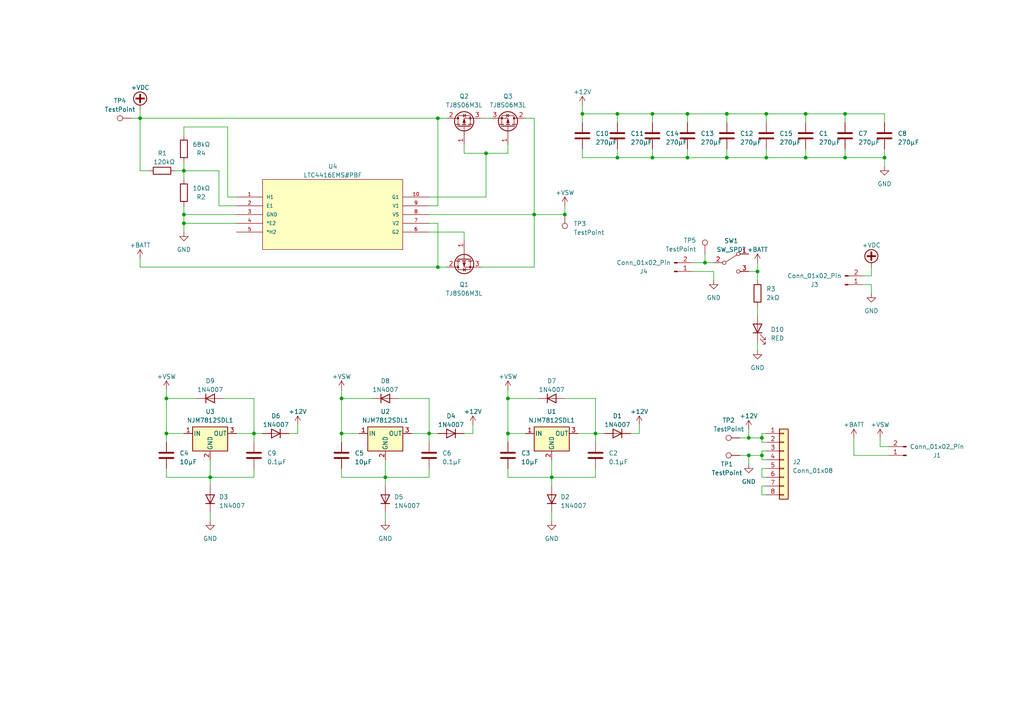
<source format=kicad_sch>
(kicad_sch (version 20230121) (generator eeschema)
  (paper "A4")
  (lib_symbols
    (symbol "Connector:Conn_01x02_Pin" (pin_names (offset 1.016) hide)
      (property "Reference" "J" (at 0 2.54 0))
      (property "Value" "Conn_01x02_Pin" (at 0 -5.08 0))
      (symbol "Conn_01x02_Pin_1_1"
        (polyline (pts (xy 1.27 -2.54) (xy 0.8636 -2.54)) (stroke (width 0.1524)))
        (polyline (pts (xy 1.27 0) (xy 0.8636 0)) (stroke (width 0.1524)))
        (rectangle (start 0.8636 -2.413) (end 0 -2.667) (stroke (width 0.1524)) (fill (type outline)))
        (rectangle (start 0.8636 0.127) (end 0 -0.127) (stroke (width 0.1524)) (fill (type outline)))
        (pin passive line (at 5.08 0 180) (length 3.81) (name "Pin_1") (number "1"))
        (pin passive line (at 5.08 -2.54 180) (length 3.81) (name "Pin_2") (number "2"))
      )
    )
    (symbol "Connector:TestPoint" (pin_numbers hide) (pin_names (offset 0.762) hide)
      (property "Reference" "TP" (at 0 6.858 0))
      (property "Value" "TestPoint" (at 0 5.08 0))
      (symbol "TestPoint_0_1"
        (circle (center 0 3.302) (radius 0.762))
      )
      (symbol "TestPoint_1_1"
        (pin passive line (at 0 0 90) (length 2.54) (name "1") (number "1"))
      )
    )
    (symbol "Connector_Generic:Conn_01x08" (pin_names (offset 1.016) hide)
      (property "Reference" "J" (at 0 10.16 0))
      (property "Value" "Conn_01x08" (at 0 -12.7 0))
      (symbol "Conn_01x08_1_1"
        (rectangle (start -1.27 -10.033) (end 0 -10.287) (stroke (width 0.1524)))
        (rectangle (start -1.27 -7.493) (end 0 -7.747) (stroke (width 0.1524)))
        (rectangle (start -1.27 -4.953) (end 0 -5.207) (stroke (width 0.1524)))
        (rectangle (start -1.27 -2.413) (end 0 -2.667) (stroke (width 0.1524)))
        (rectangle (start -1.27 0.127) (end 0 -0.127) (stroke (width 0.1524)))
        (rectangle (start -1.27 2.667) (end 0 2.413) (stroke (width 0.1524)))
        (rectangle (start -1.27 5.207) (end 0 4.953) (stroke (width 0.1524)))
        (rectangle (start -1.27 7.747) (end 0 7.493) (stroke (width 0.1524)))
        (rectangle (start -1.27 8.89) (end 1.27 -11.43) (stroke (width 0.254)) (fill (type background)))
        (pin passive line (at -5.08 7.62 0) (length 3.81) (name "Pin_1") (number "1"))
        (pin passive line (at -5.08 5.08 0) (length 3.81) (name "Pin_2") (number "2"))
        (pin passive line (at -5.08 2.54 0) (length 3.81) (name "Pin_3") (number "3"))
        (pin passive line (at -5.08 0 0) (length 3.81) (name "Pin_4") (number "4"))
        (pin passive line (at -5.08 -2.54 0) (length 3.81) (name "Pin_5") (number "5"))
        (pin passive line (at -5.08 -5.08 0) (length 3.81) (name "Pin_6") (number "6"))
        (pin passive line (at -5.08 -7.62 0) (length 3.81) (name "Pin_7") (number "7"))
        (pin passive line (at -5.08 -10.16 0) (length 3.81) (name "Pin_8") (number "8"))
      )
    )
    (symbol "Device:C" (pin_numbers hide) (pin_names (offset 0.254))
      (property "Reference" "C" (at 0.635 2.54 0))
      (property "Value" "C" (at 0.635 -2.54 0))
      (symbol "C_0_1"
        (polyline (pts (xy -2.032 -0.762) (xy 2.032 -0.762)) (stroke (width 0.508)))
        (polyline (pts (xy -2.032 0.762) (xy 2.032 0.762)) (stroke (width 0.508)))
      )
      (symbol "C_1_1"
        (pin passive line (at 0 3.81 270) (length 2.794) (name "~") (number "1"))
        (pin passive line (at 0 -3.81 90) (length 2.794) (name "~") (number "2"))
      )
    )
    (symbol "Device:LED" (pin_numbers hide) (pin_names (offset 1.016) hide)
      (property "Reference" "D" (at 0 2.54 0))
      (property "Value" "LED" (at 0 -2.54 0))
      (symbol "LED_0_1"
        (polyline (pts (xy -1.27 -1.27) (xy -1.27 1.27)) (stroke (width 0.254)))
        (polyline (pts (xy -1.27 0) (xy 1.27 0)))
        (polyline (pts (xy 1.27 -1.27) (xy 1.27 1.27) (xy -1.27 0) (xy 1.27 -1.27)) (stroke (width 0.254)))
        (polyline (pts (xy -3.048 -0.762) (xy -4.572 -2.286) (xy -3.81 -2.286) (xy -4.572 -2.286) (xy -4.572 -1.524)))
        (polyline (pts (xy -1.778 -0.762) (xy -3.302 -2.286) (xy -2.54 -2.286) (xy -3.302 -2.286) (xy -3.302 -1.524)))
      )
      (symbol "LED_1_1"
        (pin passive line (at -3.81 0 0) (length 2.54) (name "K") (number "1"))
        (pin passive line (at 3.81 0 180) (length 2.54) (name "A") (number "2"))
      )
    )
    (symbol "Device:R" (pin_numbers hide) (pin_names (offset 0))
      (property "Reference" "R" (at 2.032 0 90))
      (property "Value" "R" (at 0 0 90))
      (symbol "R_0_1"
        (rectangle (start -1.016 -2.54) (end 1.016 2.54) (stroke (width 0.254)))
      )
      (symbol "R_1_1"
        (pin passive line (at 0 3.81 270) (length 1.27) (name "~") (number "1"))
        (pin passive line (at 0 -3.81 90) (length 1.27) (name "~") (number "2"))
      )
    )
    (symbol "Diode:1N4007" (pin_numbers hide) (pin_names hide)
      (property "Reference" "D" (at 0 2.54 0))
      (property "Value" "1N4007" (at 0 -2.54 0))
      (symbol "1N4007_0_1"
        (polyline (pts (xy -1.27 1.27) (xy -1.27 -1.27)) (stroke (width 0.254)))
        (polyline (pts (xy 1.27 0) (xy -1.27 0)))
        (polyline (pts (xy 1.27 1.27) (xy 1.27 -1.27) (xy -1.27 0) (xy 1.27 1.27)) (stroke (width 0.254)))
      )
      (symbol "1N4007_1_1"
        (pin passive line (at -3.81 0 0) (length 2.54) (name "K") (number "1"))
        (pin passive line (at 3.81 0 180) (length 2.54) (name "A") (number "2"))
      )
    )
    (symbol "LTC4416EMS_PBF:LTC4416EMS#PBF" (pin_names (offset 1.016))
      (property "Reference" "U" (at 23.2536 9.1335 0))
      (property "Value" "LTC4416EMS#PBF" (at 22.6431 6.5968 0))
      (symbol "LTC4416EMS#PBF_0_0"
        (rectangle (start 7.62 -15.24) (end 48.26 5.08) (stroke (width 0.1524)) (fill (type background)))
        (pin output line (at 0 0 0) (length 7.62) (name "H1") (number "1"))
        (pin passive line (at 55.88 0 180) (length 7.62) (name "G1") (number "10"))
        (pin input line (at 0 -2.54 0) (length 7.62) (name "E1") (number "2"))
        (pin power_in line (at 0 -5.08 0) (length 7.62) (name "GND") (number "3"))
        (pin input line (at 0 -7.62 0) (length 7.62) (name "*E2") (number "4"))
        (pin input line (at 0 -10.16 0) (length 7.62) (name "*H2") (number "5"))
        (pin passive line (at 55.88 -10.16 180) (length 7.62) (name "G2") (number "6"))
        (pin input line (at 55.88 -7.62 180) (length 7.62) (name "V2") (number "7"))
        (pin input line (at 55.88 -5.08 180) (length 7.62) (name "VS") (number "8"))
        (pin input line (at 55.88 -2.54 180) (length 7.62) (name "V1") (number "9"))
      )
    )
    (symbol "Regulator_Linear:L7812" (pin_names (offset 0.254))
      (property "Reference" "U" (at -3.81 3.175 0))
      (property "Value" "L7812" (at 0 3.175 0))
      (symbol "L7812_0_1"
        (rectangle (start -5.08 1.905) (end 5.08 -5.08) (stroke (width 0.254)) (fill (type background)))
      )
      (symbol "L7812_1_1"
        (pin power_in line (at -7.62 0 0) (length 2.54) (name "IN") (number "1"))
        (pin power_in line (at 0 -7.62 90) (length 2.54) (name "GND") (number "2"))
        (pin power_out line (at 7.62 0 180) (length 2.54) (name "OUT") (number "3"))
      )
    )
    (symbol "Switch:SW_SPDT" (pin_names (offset 0) hide)
      (property "Reference" "SW" (at 0 4.318 0))
      (property "Value" "SW_SPDT" (at 0 -5.08 0))
      (symbol "SW_SPDT_0_0"
        (circle (center -2.032 0) (radius 0.508))
        (circle (center 2.032 -2.54) (radius 0.508))
      )
      (symbol "SW_SPDT_0_1"
        (polyline (pts (xy -1.524 0.254) (xy 1.651 2.286)))
        (circle (center 2.032 2.54) (radius 0.508))
      )
      (symbol "SW_SPDT_1_1"
        (pin passive line (at 5.08 2.54 180) (length 2.54) (name "A") (number "1"))
        (pin passive line (at -5.08 0 0) (length 2.54) (name "B") (number "2"))
        (pin passive line (at 5.08 -2.54 180) (length 2.54) (name "C") (number "3"))
      )
    )
    (symbol "Transistor_FET:QM6015D" (pin_names hide)
      (property "Reference" "Q" (at 5.08 1.905 0))
      (property "Value" "QM6015D" (at 5.08 0 0))
      (symbol "QM6015D_0_1"
        (polyline (pts (xy 0.254 0) (xy -2.54 0)))
        (polyline (pts (xy 0.254 1.905) (xy 0.254 -1.905)) (stroke (width 0.254)))
        (polyline (pts (xy 0.762 -1.27) (xy 0.762 -2.286)) (stroke (width 0.254)))
        (polyline (pts (xy 0.762 0.508) (xy 0.762 -0.508)) (stroke (width 0.254)))
        (polyline (pts (xy 0.762 2.286) (xy 0.762 1.27)) (stroke (width 0.254)))
        (polyline (pts (xy 2.54 2.54) (xy 2.54 1.778)))
        (polyline (pts (xy 2.54 -2.54) (xy 2.54 0) (xy 0.762 0)))
        (polyline (pts (xy 0.762 1.778) (xy 3.302 1.778) (xy 3.302 -1.778) (xy 0.762 -1.778)))
        (polyline (pts (xy 2.286 0) (xy 1.27 0.381) (xy 1.27 -0.381) (xy 2.286 0)) (fill (type outline)))
        (polyline (pts (xy 2.794 -0.508) (xy 2.921 -0.381) (xy 3.683 -0.381) (xy 3.81 -0.254)))
        (polyline (pts (xy 3.302 -0.381) (xy 2.921 0.254) (xy 3.683 0.254) (xy 3.302 -0.381)))
        (circle (center 1.651 0) (radius 2.794) (stroke (width 0.254)))
        (circle (center 2.54 -1.778) (radius 0.254) (fill (type outline)))
        (circle (center 2.54 1.778) (radius 0.254) (fill (type outline)))
      )
      (symbol "QM6015D_1_1"
        (pin passive line (at -5.08 0 0) (length 2.54) (name "G") (number "1"))
        (pin passive line (at 2.54 5.08 270) (length 2.54) (name "D") (number "2"))
        (pin passive line (at 2.54 -5.08 90) (length 2.54) (name "S") (number "3"))
      )
    )
    (symbol "power:+12V" (power) (pin_names (offset 0))
      (property "Value" "+12V" (at 0 3.556 0))
      (symbol "+12V_0_1"
        (polyline (pts (xy -0.762 1.27) (xy 0 2.54)))
        (polyline (pts (xy 0 0) (xy 0 2.54)))
        (polyline (pts (xy 0 2.54) (xy 0.762 1.27)))
      )
      (symbol "+12V_1_1"
        (pin power_in line (at 0 0 90) (length 0) hide (name "+12V") (number "1"))
      )
    )
    (symbol "power:+BATT" (power) (pin_names (offset 0))
      (property "Value" "+BATT" (at 0 3.556 0))
      (symbol "+BATT_0_1"
        (polyline (pts (xy -0.762 1.27) (xy 0 2.54)))
        (polyline (pts (xy 0 0) (xy 0 2.54)))
        (polyline (pts (xy 0 2.54) (xy 0.762 1.27)))
      )
      (symbol "+BATT_1_1"
        (pin power_in line (at 0 0 90) (length 0) hide (name "+BATT") (number "1"))
      )
    )
    (symbol "power:+VDC" (power) (pin_names (offset 0))
      (property "Value" "+VDC" (at 0 6.35 0))
      (symbol "+VDC_0_1"
        (polyline (pts (xy -1.143 3.175) (xy 1.143 3.175)) (stroke (width 0.508)))
        (polyline (pts (xy 0 0) (xy 0 1.27)))
        (polyline (pts (xy 0 2.032) (xy 0 4.318)) (stroke (width 0.508)))
        (circle (center 0 3.175) (radius 1.905) (stroke (width 0.254)))
      )
      (symbol "+VDC_1_1"
        (pin power_in line (at 0 0 90) (length 0) hide (name "+VDC") (number "1"))
      )
    )
    (symbol "power:+VSW" (power) (pin_names (offset 0))
      (property "Value" "+VSW" (at 0 3.556 0))
      (symbol "+VSW_0_1"
        (polyline (pts (xy -0.762 1.27) (xy 0 2.54)))
        (polyline (pts (xy 0 0) (xy 0 2.54)))
        (polyline (pts (xy 0 2.54) (xy 0.762 1.27)))
      )
      (symbol "+VSW_1_1"
        (pin power_in line (at 0 0 90) (length 0) hide (name "+VSW") (number "1"))
      )
    )
    (symbol "power:GND" (power) (pin_names (offset 0))
      (property "Value" "GND" (at 0 -3.81 0))
      (symbol "GND_0_1"
        (polyline (pts (xy 0 0) (xy 0 -1.27) (xy 1.27 -1.27) (xy 0 -2.54) (xy -1.27 -1.27) (xy 0 -1.27)))
      )
      (symbol "GND_1_1"
        (pin power_in line (at 0 0 270) (length 0) hide (name "GND") (number "1"))
      )
    )
  )
  (junction (at 204.47 76.2))
  (junction (at 99.06 115.57))
  (junction (at 160.02 138.43))
  (junction (at 245.11 33.02))
  (junction (at 53.34 62.23))
  (junction (at 199.39 45.72))
  (junction (at 124.46 125.73))
  (junction (at 154.94 62.23))
  (junction (at 217.17 132.08))
  (junction (at 256.54 45.72))
  (junction (at 210.82 33.02))
  (junction (at 233.68 45.72))
  (junction (at 233.68 33.02))
  (junction (at 245.11 45.72))
  (junction (at 220.98 132.08))
  (junction (at 163.83 62.23))
  (junction (at 40.64 34.29))
  (junction (at 147.32 125.73))
  (junction (at 220.98 127))
  (junction (at 222.25 33.02))
  (junction (at 179.07 33.02))
  (junction (at 172.72 125.73))
  (junction (at 222.25 45.72))
  (junction (at 127 77.47))
  (junction (at 60.96 138.43))
  (junction (at 217.17 127))
  (junction (at 53.34 64.77))
  (junction (at 99.06 125.73))
  (junction (at 179.07 45.72))
  (junction (at 168.91 33.02))
  (junction (at 189.23 45.72))
  (junction (at 73.66 125.73))
  (junction (at 219.71 78.74))
  (junction (at 48.26 115.57))
  (junction (at 140.97 44.45))
  (junction (at 210.82 45.72))
  (junction (at 147.32 115.57))
  (junction (at 199.39 33.02))
  (junction (at 127 34.29))
  (junction (at 53.34 49.53))
  (junction (at 189.23 33.02))
  (junction (at 48.26 125.73))
  (junction (at 111.76 138.43))
  (wire (pts (xy 245.11 43.18) (xy 245.11 45.72)))
  (wire (pts (xy 247.65 127) (xy 247.65 132.08)))
  (wire (pts (xy 73.66 125.73) (xy 73.66 128.27)))
  (wire (pts (xy 53.34 125.73) (xy 48.26 125.73)))
  (wire (pts (xy 220.98 132.08) (xy 220.98 130.81)))
  (wire (pts (xy 252.73 77.47) (xy 252.73 80.01)))
  (wire (pts (xy 134.62 125.73) (xy 137.16 125.73)))
  (wire (pts (xy 134.62 44.45) (xy 140.97 44.45)))
  (wire (pts (xy 134.62 69.85) (xy 134.62 67.31)))
  (wire (pts (xy 124.46 125.73) (xy 124.46 128.27)))
  (wire (pts (xy 222.25 143.51) (xy 220.98 143.51)))
  (wire (pts (xy 48.26 138.43) (xy 60.96 138.43)))
  (wire (pts (xy 40.64 31.75) (xy 40.64 34.29)))
  (wire (pts (xy 104.14 125.73) (xy 99.06 125.73)))
  (wire (pts (xy 63.5 49.53) (xy 63.5 59.69)))
  (wire (pts (xy 233.68 45.72) (xy 222.25 45.72)))
  (wire (pts (xy 66.04 36.83) (xy 66.04 57.15)))
  (wire (pts (xy 210.82 35.56) (xy 210.82 33.02)))
  (wire (pts (xy 219.71 99.06) (xy 219.71 101.6)))
  (wire (pts (xy 189.23 33.02) (xy 179.07 33.02)))
  (wire (pts (xy 48.26 115.57) (xy 57.15 115.57)))
  (wire (pts (xy 53.34 49.53) (xy 53.34 46.99)))
  (wire (pts (xy 214.63 127) (xy 217.17 127)))
  (wire (pts (xy 38.1 34.29) (xy 40.64 34.29)))
  (wire (pts (xy 163.83 62.23) (xy 154.94 62.23)))
  (wire (pts (xy 127 64.77) (xy 127 77.47)))
  (wire (pts (xy 119.38 125.73) (xy 124.46 125.73)))
  (wire (pts (xy 73.66 125.73) (xy 76.2 125.73)))
  (wire (pts (xy 222.25 35.56) (xy 222.25 33.02)))
  (wire (pts (xy 163.83 115.57) (xy 172.72 115.57)))
  (wire (pts (xy 99.06 115.57) (xy 99.06 125.73)))
  (wire (pts (xy 207.01 76.2) (xy 204.47 76.2)))
  (wire (pts (xy 40.64 34.29) (xy 40.64 49.53)))
  (wire (pts (xy 207.01 78.74) (xy 200.66 78.74)))
  (wire (pts (xy 48.26 115.57) (xy 48.26 125.73)))
  (wire (pts (xy 60.96 148.59) (xy 60.96 151.13)))
  (wire (pts (xy 199.39 33.02) (xy 189.23 33.02)))
  (wire (pts (xy 204.47 73.66) (xy 204.47 76.2)))
  (wire (pts (xy 163.83 59.69) (xy 163.83 62.23)))
  (wire (pts (xy 124.46 125.73) (xy 127 125.73)))
  (wire (pts (xy 214.63 132.08) (xy 217.17 132.08)))
  (wire (pts (xy 233.68 43.18) (xy 233.68 45.72)))
  (wire (pts (xy 48.26 113.03) (xy 48.26 115.57)))
  (wire (pts (xy 252.73 82.55) (xy 250.19 82.55)))
  (wire (pts (xy 210.82 33.02) (xy 199.39 33.02)))
  (wire (pts (xy 111.76 133.35) (xy 111.76 138.43)))
  (wire (pts (xy 147.32 125.73) (xy 147.32 128.27)))
  (wire (pts (xy 152.4 34.29) (xy 154.94 34.29)))
  (wire (pts (xy 64.77 115.57) (xy 73.66 115.57)))
  (wire (pts (xy 219.71 78.74) (xy 219.71 81.28)))
  (wire (pts (xy 199.39 43.18) (xy 199.39 45.72)))
  (wire (pts (xy 220.98 133.35) (xy 220.98 132.08)))
  (wire (pts (xy 217.17 134.62) (xy 217.17 132.08)))
  (wire (pts (xy 245.11 45.72) (xy 233.68 45.72)))
  (wire (pts (xy 160.02 138.43) (xy 160.02 140.97)))
  (wire (pts (xy 189.23 43.18) (xy 189.23 45.72)))
  (wire (pts (xy 139.7 77.47) (xy 154.94 77.47)))
  (wire (pts (xy 147.32 113.03) (xy 147.32 115.57)))
  (wire (pts (xy 68.58 57.15) (xy 66.04 57.15)))
  (wire (pts (xy 124.46 57.15) (xy 140.97 57.15)))
  (wire (pts (xy 222.25 33.02) (xy 210.82 33.02)))
  (wire (pts (xy 207.01 81.28) (xy 207.01 78.74)))
  (wire (pts (xy 124.46 138.43) (xy 124.46 135.89)))
  (wire (pts (xy 99.06 115.57) (xy 107.95 115.57)))
  (wire (pts (xy 189.23 35.56) (xy 189.23 33.02)))
  (wire (pts (xy 127 77.47) (xy 129.54 77.47)))
  (wire (pts (xy 256.54 33.02) (xy 245.11 33.02)))
  (wire (pts (xy 220.98 135.89) (xy 220.98 138.43)))
  (wire (pts (xy 172.72 115.57) (xy 172.72 125.73)))
  (wire (pts (xy 179.07 43.18) (xy 179.07 45.72)))
  (wire (pts (xy 199.39 45.72) (xy 210.82 45.72)))
  (wire (pts (xy 40.64 34.29) (xy 127 34.29)))
  (wire (pts (xy 137.16 123.19) (xy 137.16 125.73)))
  (wire (pts (xy 53.34 36.83) (xy 53.34 39.37)))
  (wire (pts (xy 50.8 49.53) (xy 53.34 49.53)))
  (wire (pts (xy 160.02 138.43) (xy 172.72 138.43)))
  (wire (pts (xy 111.76 138.43) (xy 124.46 138.43)))
  (wire (pts (xy 154.94 62.23) (xy 124.46 62.23)))
  (wire (pts (xy 53.34 59.69) (xy 53.34 62.23)))
  (wire (pts (xy 134.62 41.91) (xy 134.62 44.45)))
  (wire (pts (xy 154.94 34.29) (xy 154.94 62.23)))
  (wire (pts (xy 179.07 45.72) (xy 189.23 45.72)))
  (wire (pts (xy 222.25 125.73) (xy 220.98 125.73)))
  (wire (pts (xy 160.02 148.59) (xy 160.02 151.13)))
  (wire (pts (xy 204.47 76.2) (xy 200.66 76.2)))
  (wire (pts (xy 86.36 123.19) (xy 86.36 125.73)))
  (wire (pts (xy 99.06 135.89) (xy 99.06 138.43)))
  (wire (pts (xy 152.4 125.73) (xy 147.32 125.73)))
  (wire (pts (xy 160.02 133.35) (xy 160.02 138.43)))
  (wire (pts (xy 40.64 74.93) (xy 40.64 77.47)))
  (wire (pts (xy 124.46 59.69) (xy 127 59.69)))
  (wire (pts (xy 168.91 33.02) (xy 168.91 35.56)))
  (wire (pts (xy 60.96 138.43) (xy 73.66 138.43)))
  (wire (pts (xy 222.25 133.35) (xy 220.98 133.35)))
  (wire (pts (xy 68.58 59.69) (xy 63.5 59.69)))
  (wire (pts (xy 99.06 125.73) (xy 99.06 128.27)))
  (wire (pts (xy 99.06 113.03) (xy 99.06 115.57)))
  (wire (pts (xy 73.66 138.43) (xy 73.66 135.89)))
  (wire (pts (xy 63.5 49.53) (xy 53.34 49.53)))
  (wire (pts (xy 167.64 125.73) (xy 172.72 125.73)))
  (wire (pts (xy 53.34 64.77) (xy 53.34 62.23)))
  (wire (pts (xy 245.11 33.02) (xy 233.68 33.02)))
  (wire (pts (xy 154.94 77.47) (xy 154.94 62.23)))
  (wire (pts (xy 68.58 64.77) (xy 53.34 64.77)))
  (wire (pts (xy 127 77.47) (xy 40.64 77.47)))
  (wire (pts (xy 147.32 44.45) (xy 147.32 41.91)))
  (wire (pts (xy 48.26 125.73) (xy 48.26 128.27)))
  (wire (pts (xy 168.91 43.18) (xy 168.91 45.72)))
  (wire (pts (xy 255.27 127) (xy 255.27 129.54)))
  (wire (pts (xy 217.17 132.08) (xy 220.98 132.08)))
  (wire (pts (xy 68.58 62.23) (xy 53.34 62.23)))
  (wire (pts (xy 219.71 76.2) (xy 219.71 78.74)))
  (wire (pts (xy 111.76 138.43) (xy 111.76 140.97)))
  (wire (pts (xy 222.25 140.97) (xy 220.98 140.97)))
  (wire (pts (xy 111.76 148.59) (xy 111.76 151.13)))
  (wire (pts (xy 147.32 138.43) (xy 160.02 138.43)))
  (wire (pts (xy 124.46 64.77) (xy 127 64.77)))
  (wire (pts (xy 147.32 115.57) (xy 147.32 125.73)))
  (wire (pts (xy 172.72 138.43) (xy 172.72 135.89)))
  (wire (pts (xy 210.82 45.72) (xy 222.25 45.72)))
  (wire (pts (xy 233.68 33.02) (xy 222.25 33.02)))
  (wire (pts (xy 168.91 30.48) (xy 168.91 33.02)))
  (wire (pts (xy 147.32 135.89) (xy 147.32 138.43)))
  (wire (pts (xy 245.11 33.02) (xy 245.11 35.56)))
  (wire (pts (xy 233.68 33.02) (xy 233.68 35.56)))
  (wire (pts (xy 256.54 35.56) (xy 256.54 33.02)))
  (wire (pts (xy 172.72 125.73) (xy 172.72 128.27)))
  (wire (pts (xy 222.25 138.43) (xy 220.98 138.43)))
  (wire (pts (xy 60.96 138.43) (xy 60.96 140.97)))
  (wire (pts (xy 189.23 45.72) (xy 199.39 45.72)))
  (wire (pts (xy 247.65 132.08) (xy 257.81 132.08)))
  (wire (pts (xy 179.07 33.02) (xy 168.91 33.02)))
  (wire (pts (xy 124.46 115.57) (xy 124.46 125.73)))
  (wire (pts (xy 40.64 49.53) (xy 43.18 49.53)))
  (wire (pts (xy 134.62 67.31) (xy 124.46 67.31)))
  (wire (pts (xy 256.54 45.72) (xy 256.54 48.26)))
  (wire (pts (xy 140.97 44.45) (xy 147.32 44.45)))
  (wire (pts (xy 220.98 130.81) (xy 222.25 130.81)))
  (wire (pts (xy 222.25 128.27) (xy 220.98 128.27)))
  (wire (pts (xy 255.27 129.54) (xy 257.81 129.54)))
  (wire (pts (xy 185.42 123.19) (xy 185.42 125.73)))
  (wire (pts (xy 83.82 125.73) (xy 86.36 125.73)))
  (wire (pts (xy 217.17 124.46) (xy 217.17 127)))
  (wire (pts (xy 127 34.29) (xy 129.54 34.29)))
  (wire (pts (xy 217.17 127) (xy 220.98 127)))
  (wire (pts (xy 252.73 80.01) (xy 250.19 80.01)))
  (wire (pts (xy 68.58 125.73) (xy 73.66 125.73)))
  (wire (pts (xy 172.72 125.73) (xy 175.26 125.73)))
  (wire (pts (xy 168.91 45.72) (xy 179.07 45.72)))
  (wire (pts (xy 245.11 45.72) (xy 256.54 45.72)))
  (wire (pts (xy 220.98 125.73) (xy 220.98 127)))
  (wire (pts (xy 222.25 135.89) (xy 220.98 135.89)))
  (wire (pts (xy 182.88 125.73) (xy 185.42 125.73)))
  (wire (pts (xy 66.04 36.83) (xy 53.34 36.83)))
  (wire (pts (xy 127 59.69) (xy 127 34.29)))
  (wire (pts (xy 252.73 85.09) (xy 252.73 82.55)))
  (wire (pts (xy 220.98 143.51) (xy 220.98 140.97)))
  (wire (pts (xy 48.26 135.89) (xy 48.26 138.43)))
  (wire (pts (xy 219.71 88.9) (xy 219.71 91.44)))
  (wire (pts (xy 147.32 115.57) (xy 156.21 115.57)))
  (wire (pts (xy 53.34 64.77) (xy 53.34 67.31)))
  (wire (pts (xy 60.96 133.35) (xy 60.96 138.43)))
  (wire (pts (xy 99.06 138.43) (xy 111.76 138.43)))
  (wire (pts (xy 222.25 43.18) (xy 222.25 45.72)))
  (wire (pts (xy 140.97 57.15) (xy 140.97 44.45)))
  (wire (pts (xy 210.82 43.18) (xy 210.82 45.72)))
  (wire (pts (xy 139.7 34.29) (xy 142.24 34.29)))
  (wire (pts (xy 256.54 43.18) (xy 256.54 45.72)))
  (wire (pts (xy 199.39 35.56) (xy 199.39 33.02)))
  (wire (pts (xy 179.07 35.56) (xy 179.07 33.02)))
  (wire (pts (xy 115.57 115.57) (xy 124.46 115.57)))
  (wire (pts (xy 217.17 78.74) (xy 219.71 78.74)))
  (wire (pts (xy 220.98 128.27) (xy 220.98 127)))
  (wire (pts (xy 53.34 49.53) (xy 53.34 52.07)))
  (wire (pts (xy 73.66 115.57) (xy 73.66 125.73)))
  (symbol (lib_id "Device:C") (at 199.39 39.37 0) (unit 1)
    (property "Reference" "C13" (at 203.2 38.735 0) (effects (justify left)))
    (property "Value" "270μF" (at 203.2 41.275 0) (effects (justify left)))
    (property "Footprint" "Capacitor_THT:CP_Radial_D10.0mm_P3.50mm" (effects hide))
  )
  (symbol (lib_id "power:GND") (at 219.71 101.6 0) (unit 1)
    (property "Reference" "#PWR024" (effects hide))
    (property "Value" "GND" (at 219.71 106.68 0))
  )
  (symbol (lib_id "power:GND") (at 111.76 151.13 0) (unit 1)
    (property "Reference" "#PWR07" (effects hide))
    (property "Value" "GND" (at 111.76 156.21 0))
  )
  (symbol (lib_id "power:+BATT") (at 247.65 127 0) (unit 1)
    (property "Reference" "#PWR012" (effects hide))
    (property "Value" "+BATT" (at 247.65 123.19 0))
  )
  (symbol (lib_id "power:+VSW") (at 147.32 113.03 0) (unit 1)
    (property "Reference" "#PWR09" (effects hide))
    (property "Value" "+VSW" (at 147.32 109.22 0))
  )
  (symbol (lib_id "Connector:Conn_01x02_Pin") (at 195.58 78.74 0) (mirror x) (unit 1)
    (property "Reference" "J4" (at 186.69 78.74 0))
    (property "Value" "Conn_01x02_Pin" (at 186.69 76.2 0))
    (property "Footprint" "Hirose_Connector:Hirose_DF1B" (effects hide))
  )
  (symbol (lib_id "power:+BATT") (at 40.64 74.93 0) (unit 1)
    (property "Reference" "#PWR020" (effects hide))
    (property "Value" "+BATT" (at 40.64 71.12 0))
  )
  (symbol (lib_id "power:GND") (at 256.54 48.26 0) (unit 1)
    (property "Reference" "#PWR023" (effects hide))
    (property "Value" "GND" (at 256.54 53.34 0))
  )
  (symbol (lib_id "Device:C") (at 179.07 39.37 0) (unit 1)
    (property "Reference" "C11" (at 182.88 38.735 0) (effects (justify left)))
    (property "Value" "270μF" (at 182.88 41.275 0) (effects (justify left)))
    (property "Footprint" "Capacitor_THT:CP_Radial_D10.0mm_P3.50mm" (effects hide))
  )
  (symbol (lib_id "Device:R") (at 53.34 55.88 180) (unit 1)
    (property "Reference" "R2" (at 59.69 57.15 0) (effects (justify left)))
    (property "Value" "10kΩ" (at 60.96 54.61 0) (effects (justify left)))
    (property "Footprint" "Resistor_SMD:R_0805_2012Metric_Pad1.20x1.40mm_HandSolder" (effects hide))
  )
  (symbol (lib_id "power:+12V") (at 217.17 124.46 0) (mirror y) (unit 1)
    (property "Reference" "#PWR01" (effects hide))
    (property "Value" "+12V" (at 217.17 120.65 0))
  )
  (symbol (lib_id "power:GND") (at 53.34 67.31 0) (unit 1)
    (property "Reference" "#PWR019" (effects hide))
    (property "Value" "GND" (at 53.34 72.39 0))
  )
  (symbol (lib_id "Device:R") (at 46.99 49.53 270) (unit 1)
    (property "Reference" "R1" (at 45.72 44.45 90) (effects (justify left)))
    (property "Value" "120kΩ" (at 44.45 46.99 90) (effects (justify left)))
    (property "Footprint" "Resistor_SMD:R_0805_2012Metric_Pad1.20x1.40mm_HandSolder" (effects hide))
  )
  (symbol (lib_id "Connector:Conn_01x02_Pin") (at 262.89 132.08 180) (unit 1)
    (property "Reference" "J1" (at 271.78 132.08 0))
    (property "Value" "Conn_01x02_Pin" (at 271.78 129.54 0))
    (property "Footprint" "Hirose_Connector:Hirose_DF1B" (effects hide))
  )
  (symbol (lib_id "Device:C") (at 210.82 39.37 0) (unit 1)
    (property "Reference" "C12" (at 214.63 38.735 0) (effects (justify left)))
    (property "Value" "270μF" (at 214.63 41.275 0) (effects (justify left)))
    (property "Footprint" "Capacitor_THT:CP_Radial_D10.0mm_P3.50mm" (effects hide))
  )
  (symbol (lib_id "power:+VDC") (at 40.64 31.75 0) (unit 1)
    (property "Reference" "#PWR016" (effects hide))
    (property "Value" "+VDC" (at 40.64 25.4 0))
  )
  (symbol (lib_id "Device:C") (at 48.26 132.08 0) (unit 1)
    (property "Reference" "C4" (at 52.07 131.445 0) (effects (justify left)))
    (property "Value" "10μF" (at 52.07 133.985 0) (effects (justify left)))
    (property "Footprint" "Capacitor_SMD:C_0603_1608Metric_Pad1.08x0.95mm_HandSolder" (effects hide))
  )
  (symbol (lib_id "power:+VSW") (at 163.83 59.69 0) (unit 1)
    (property "Reference" "#PWR021" (effects hide))
    (property "Value" "+VSW" (at 163.83 55.88 0))
  )
  (symbol (lib_id "Connector:Conn_01x02_Pin") (at 245.11 82.55 0) (mirror x) (unit 1)
    (property "Reference" "J3" (at 236.22 82.55 0))
    (property "Value" "Conn_01x02_Pin" (at 236.22 80.01 0))
    (property "Footprint" "Hirose_Connector:Hirose_DF1B" (effects hide))
  )
  (symbol (lib_id "Device:C") (at 73.66 132.08 0) (unit 1)
    (property "Reference" "C9" (at 77.47 131.445 0) (effects (justify left)))
    (property "Value" "0.1μF" (at 77.47 133.985 0) (effects (justify left)))
    (property "Footprint" "Capacitor_SMD:C_0603_1608Metric_Pad1.08x0.95mm_HandSolder" (effects hide))
  )
  (symbol (lib_id "power:+VDC") (at 252.73 77.47 0) (unit 1)
    (property "Reference" "#PWR018" (effects hide))
    (property "Value" "+VDC" (at 252.73 71.12 0))
  )
  (symbol (lib_id "Diode:1N4007") (at 80.01 125.73 180) (unit 1)
    (property "Reference" "D6" (at 80.01 120.65 0))
    (property "Value" "1N4007" (at 80.01 123.19 0))
    (property "Footprint" "Diode_SMD:D_SOD-123F" (effects hide))
    (property "Datasheet" "http://www.vishay.com/docs/88503/1n4001.pdf" (effects hide))
    (property "Sim.Device" "D" (effects hide))
    (property "Sim.Pins" "1=K 2=A" (effects hide))
  )
  (symbol (lib_id "Device:C") (at 168.91 39.37 0) (unit 1)
    (property "Reference" "C10" (at 172.72 38.735 0) (effects (justify left)))
    (property "Value" "270μF" (at 172.72 41.275 0) (effects (justify left)))
    (property "Footprint" "Capacitor_THT:CP_Radial_D10.0mm_P3.50mm" (effects hide))
  )
  (symbol (lib_id "Device:C") (at 222.25 39.37 0) (unit 1)
    (property "Reference" "C15" (at 226.06 38.735 0) (effects (justify left)))
    (property "Value" "270μF" (at 226.06 41.275 0) (effects (justify left)))
    (property "Footprint" "Capacitor_THT:CP_Radial_D10.0mm_P3.50mm" (effects hide))
  )
  (symbol (lib_id "Connector_Generic:Conn_01x08") (at 227.33 133.35 0) (unit 1)
    (property "Reference" "J2" (at 229.87 133.985 0) (effects (justify left)))
    (property "Value" "Conn_01x08" (at 229.87 136.525 0) (effects (justify left)))
    (property "Footprint" "Hirose_Connector:Hirose_DF11B-8DP-2DS" (effects hide))
  )
  (symbol (lib_id "power:+VSW") (at 99.06 113.03 0) (unit 1)
    (property "Reference" "#PWR03" (effects hide))
    (property "Value" "+VSW" (at 99.06 109.22 0))
  )
  (symbol (lib_id "Device:C") (at 99.06 132.08 0) (unit 1)
    (property "Reference" "C5" (at 102.87 131.445 0) (effects (justify left)))
    (property "Value" "10μF" (at 102.87 133.985 0) (effects (justify left)))
    (property "Footprint" "Capacitor_SMD:C_0603_1608Metric_Pad1.08x0.95mm_HandSolder" (effects hide))
  )
  (symbol (lib_id "Switch:SW_SPDT") (at 212.09 76.2 0) (unit 1)
    (property "Reference" "SW1" (at 212.09 69.85 0))
    (property "Value" "SW_SPDT" (at 212.09 72.39 0))
    (property "Footprint" "2MS1T1B4M7QES:2MS1T1B4M7QES" (effects hide))
  )
  (symbol (lib_id "Diode:1N4007") (at 160.02 144.78 90) (unit 1)
    (property "Reference" "D2" (at 162.56 144.145 90) (effects (justify right)))
    (property "Value" "1N4007" (at 162.56 146.685 90) (effects (justify right)))
    (property "Footprint" "Diode_SMD:D_SOD-123F" (effects hide))
    (property "Datasheet" "http://www.vishay.com/docs/88503/1n4001.pdf" (effects hide))
    (property "Sim.Device" "D" (effects hide))
    (property "Sim.Pins" "1=K 2=A" (effects hide))
  )
  (symbol (lib_id "Device:C") (at 147.32 132.08 0) (unit 1)
    (property "Reference" "C3" (at 151.13 131.445 0) (effects (justify left)))
    (property "Value" "10μF" (at 151.13 133.985 0) (effects (justify left)))
    (property "Footprint" "Capacitor_SMD:C_0603_1608Metric_Pad1.08x0.95mm_HandSolder" (effects hide))
  )
  (symbol (lib_id "Diode:1N4007") (at 111.76 144.78 90) (unit 1)
    (property "Reference" "D5" (at 114.3 144.145 90) (effects (justify right)))
    (property "Value" "1N4007" (at 114.3 146.685 90) (effects (justify right)))
    (property "Footprint" "Diode_SMD:D_SOD-123F" (effects hide))
    (property "Datasheet" "http://www.vishay.com/docs/88503/1n4001.pdf" (effects hide))
    (property "Sim.Device" "D" (effects hide))
    (property "Sim.Pins" "1=K 2=A" (effects hide))
  )
  (symbol (lib_id "Transistor_FET:QM6015D") (at 147.32 36.83 270) (mirror x) (unit 1)
    (property "Reference" "Q3" (at 147.32 27.94 90))
    (property "Value" "TJ8S06M3L" (at 147.32 30.48 90))
    (property "Footprint" "Package_TO_SOT_SMD:TO-252-2" (effects hide))
    (property "Datasheet" "http://www.jaolen.com/images/pdf/QM6015D.pdf" (effects hide))
  )
  (symbol (lib_id "power:GND") (at 207.01 81.28 0) (unit 1)
    (property "Reference" "#PWR015" (effects hide))
    (property "Value" "GND" (at 207.01 86.36 0))
  )
  (symbol (lib_id "Device:C") (at 172.72 132.08 0) (unit 1)
    (property "Reference" "C2" (at 176.53 131.445 0) (effects (justify left)))
    (property "Value" "0.1μF" (at 176.53 133.985 0) (effects (justify left)))
    (property "Footprint" "Capacitor_SMD:C_0603_1608Metric_Pad1.08x0.95mm_HandSolder" (effects hide))
  )
  (symbol (lib_id "Connector:TestPoint") (at 204.47 73.66 0) (mirror y) (unit 1)
    (property "Reference" "TP5" (at 201.93 69.723 0) (effects (justify left)))
    (property "Value" "TestPoint" (at 201.93 72.263 0) (effects (justify left)))
    (property "Footprint" "Connector_Pin:Pin_D1.0mm_L10.0mm" (effects hide))
  )
  (symbol (lib_id "Diode:1N4007") (at 60.96 144.78 90) (unit 1)
    (property "Reference" "D3" (at 63.5 144.145 90) (effects (justify right)))
    (property "Value" "1N4007" (at 63.5 146.685 90) (effects (justify right)))
    (property "Footprint" "Diode_SMD:D_SOD-123F" (effects hide))
    (property "Datasheet" "http://www.vishay.com/docs/88503/1n4001.pdf" (effects hide))
    (property "Sim.Device" "D" (effects hide))
    (property "Sim.Pins" "1=K 2=A" (effects hide))
  )
  (symbol (lib_id "Device:C") (at 256.54 39.37 0) (unit 1)
    (property "Reference" "C8" (at 260.35 38.735 0) (effects (justify left)))
    (property "Value" "270μF" (at 260.35 41.275 0) (effects (justify left)))
    (property "Footprint" "Capacitor_THT:CP_Radial_D10.0mm_P3.50mm" (effects hide))
  )
  (symbol (lib_id "power:GND") (at 60.96 151.13 0) (unit 1)
    (property "Reference" "#PWR04" (effects hide))
    (property "Value" "GND" (at 60.96 156.21 0))
  )
  (symbol (lib_id "power:+VSW") (at 255.27 127 0) (unit 1)
    (property "Reference" "#PWR013" (effects hide))
    (property "Value" "+VSW" (at 255.27 123.19 0))
  )
  (symbol (lib_id "Device:R") (at 219.71 85.09 0) (unit 1)
    (property "Reference" "R3" (at 222.25 83.8199 0) (effects (justify left)))
    (property "Value" "2kΩ" (at 222.25 86.3599 0) (effects (justify left)))
    (property "Footprint" "Resistor_SMD:R_0603_1608Metric_Pad0.98x0.95mm_HandSolder" (effects hide))
  )
  (symbol (lib_id "power:+12V") (at 168.91 30.48 0) (mirror y) (unit 1)
    (property "Reference" "#PWR022" (effects hide))
    (property "Value" "+12V" (at 168.91 26.67 0))
  )
  (symbol (lib_id "Regulator_Linear:L7812") (at 160.02 125.73 0) (unit 1)
    (property "Reference" "U1" (at 160.02 119.38 0))
    (property "Value" "NJM7812SDL1" (at 160.02 121.92 0))
    (property "Footprint" "Package_TO_SOT_SMD:TO-252-2" (effects hide))
    (property "Datasheet" "http://www.st.com/content/ccc/resource/technical/document/datasheet/41/4f/b3/b0/12/d4/47/88/CD00000444.pdf/files/CD00000444.pdf/jcr:content/translations/en.CD00000444.pdf" (effects hide))
  )
  (symbol (lib_id "power:+12V") (at 137.16 123.19 0) (mirror y) (unit 1)
    (property "Reference" "#PWR08" (effects hide))
    (property "Value" "+12V" (at 137.16 119.38 0))
  )
  (symbol (lib_id "Diode:1N4007") (at 160.02 115.57 0) (unit 1)
    (property "Reference" "D7" (at 160.02 110.49 0))
    (property "Value" "1N4007" (at 160.02 113.03 0))
    (property "Footprint" "Diode_SMD:D_SOD-123F" (effects hide))
    (property "Datasheet" "http://www.vishay.com/docs/88503/1n4001.pdf" (effects hide))
    (property "Sim.Device" "D" (effects hide))
    (property "Sim.Pins" "1=K 2=A" (effects hide))
  )
  (symbol (lib_id "Transistor_FET:QM6015D") (at 134.62 36.83 90) (unit 1)
    (property "Reference" "Q2" (at 134.62 27.94 90))
    (property "Value" "TJ8S06M3L" (at 134.62 30.48 90))
    (property "Footprint" "Package_TO_SOT_SMD:TO-252-2" (effects hide))
    (property "Datasheet" "http://www.jaolen.com/images/pdf/QM6015D.pdf" (effects hide))
  )
  (symbol (lib_id "Connector:TestPoint") (at 214.63 132.08 90) (unit 1)
    (property "Reference" "TP1" (at 210.82 134.62 90))
    (property "Value" "TestPoint" (at 210.82 137.16 90))
    (property "Footprint" "Connector_Pin:Pin_D1.0mm_L10.0mm" (effects hide))
  )
  (symbol (lib_id "power:GND") (at 217.17 134.62 0) (mirror y) (unit 1)
    (property "Reference" "#PWR02" (effects hide))
    (property "Value" "GND" (at 217.17 139.7 0))
  )
  (symbol (lib_id "Device:C") (at 189.23 39.37 0) (unit 1)
    (property "Reference" "C14" (at 193.04 38.735 0) (effects (justify left)))
    (property "Value" "270μF" (at 193.04 41.275 0) (effects (justify left)))
    (property "Footprint" "Capacitor_THT:CP_Radial_D10.0mm_P3.50mm" (effects hide))
  )
  (symbol (lib_id "power:+12V") (at 185.42 123.19 0) (mirror y) (unit 1)
    (property "Reference" "#PWR011" (effects hide))
    (property "Value" "+12V" (at 185.42 119.38 0))
  )
  (symbol (lib_id "Regulator_Linear:L7812") (at 60.96 125.73 0) (unit 1)
    (property "Reference" "U3" (at 60.96 119.38 0))
    (property "Value" "NJM7812SDL1" (at 60.96 121.92 0))
    (property "Footprint" "Package_TO_SOT_SMD:TO-252-2" (effects hide))
    (property "Datasheet" "http://www.st.com/content/ccc/resource/technical/document/datasheet/41/4f/b3/b0/12/d4/47/88/CD00000444.pdf/files/CD00000444.pdf/jcr:content/translations/en.CD00000444.pdf" (effects hide))
  )
  (symbol (lib_id "power:+VSW") (at 48.26 113.03 0) (unit 1)
    (property "Reference" "#PWR06" (effects hide))
    (property "Value" "+VSW" (at 48.26 109.22 0))
  )
  (symbol (lib_id "Regulator_Linear:L7812") (at 111.76 125.73 0) (unit 1)
    (property "Reference" "U2" (at 111.76 119.38 0))
    (property "Value" "NJM7812SDL1" (at 111.76 121.92 0))
    (property "Footprint" "Package_TO_SOT_SMD:TO-252-2" (effects hide))
    (property "Datasheet" "http://www.st.com/content/ccc/resource/technical/document/datasheet/41/4f/b3/b0/12/d4/47/88/CD00000444.pdf/files/CD00000444.pdf/jcr:content/translations/en.CD00000444.pdf" (effects hide))
  )
  (symbol (lib_id "Connector:TestPoint") (at 214.63 127 90) (unit 1)
    (property "Reference" "TP2" (at 211.328 121.92 90))
    (property "Value" "TestPoint" (at 211.328 124.46 90))
    (property "Footprint" "Connector_Pin:Pin_D1.0mm_L10.0mm" (effects hide))
  )
  (symbol (lib_id "Device:C") (at 245.11 39.37 0) (unit 1)
    (property "Reference" "C7" (at 248.92 38.735 0) (effects (justify left)))
    (property "Value" "270μF" (at 248.92 41.275 0) (effects (justify left)))
    (property "Footprint" "Capacitor_THT:CP_Radial_D10.0mm_P3.50mm" (effects hide))
  )
  (symbol (lib_id "Diode:1N4007") (at 111.76 115.57 0) (unit 1)
    (property "Reference" "D8" (at 111.76 110.49 0))
    (property "Value" "1N4007" (at 111.76 113.03 0))
    (property "Footprint" "Diode_SMD:D_SOD-123F" (effects hide))
    (property "Datasheet" "http://www.vishay.com/docs/88503/1n4001.pdf" (effects hide))
    (property "Sim.Device" "D" (effects hide))
    (property "Sim.Pins" "1=K 2=A" (effects hide))
  )
  (symbol (lib_id "Diode:1N4007") (at 179.07 125.73 180) (unit 1)
    (property "Reference" "D1" (at 179.07 120.65 0))
    (property "Value" "1N4007" (at 179.07 123.19 0))
    (property "Footprint" "Diode_SMD:D_SOD-123F" (effects hide))
    (property "Datasheet" "http://www.vishay.com/docs/88503/1n4001.pdf" (effects hide))
    (property "Sim.Device" "D" (effects hide))
    (property "Sim.Pins" "1=K 2=A" (effects hide))
  )
  (symbol (lib_id "power:GND") (at 252.73 85.09 0) (unit 1)
    (property "Reference" "#PWR017" (effects hide))
    (property "Value" "GND" (at 252.73 90.17 0))
  )
  (symbol (lib_id "Connector:TestPoint") (at 38.1 34.29 90) (unit 1)
    (property "Reference" "TP4" (at 34.798 29.21 90))
    (property "Value" "TestPoint" (at 34.798 31.75 90))
    (property "Footprint" "Connector_Pin:Pin_D1.0mm_L10.0mm" (effects hide))
  )
  (symbol (lib_id "power:+BATT") (at 219.71 76.2 0) (unit 1)
    (property "Reference" "#PWR014" (effects hide))
    (property "Value" "+BATT" (at 219.71 72.39 0))
  )
  (symbol (lib_id "Diode:1N4007") (at 130.81 125.73 180) (unit 1)
    (property "Reference" "D4" (at 130.81 120.65 0))
    (property "Value" "1N4007" (at 130.81 123.19 0))
    (property "Footprint" "Diode_SMD:D_SOD-123F" (effects hide))
    (property "Datasheet" "http://www.vishay.com/docs/88503/1n4001.pdf" (effects hide))
    (property "Sim.Device" "D" (effects hide))
    (property "Sim.Pins" "1=K 2=A" (effects hide))
  )
  (symbol (lib_id "Device:C") (at 233.68 39.37 0) (unit 1)
    (property "Reference" "C1" (at 237.49 38.735 0) (effects (justify left)))
    (property "Value" "270μF" (at 237.49 41.275 0) (effects (justify left)))
    (property "Footprint" "Capacitor_THT:CP_Radial_D10.0mm_P3.50mm" (effects hide))
  )
  (symbol (lib_id "Device:LED") (at 219.71 95.25 90) (unit 1)
    (property "Reference" "D10" (at 223.52 95.5674 90) (effects (justify right)))
    (property "Value" "RED" (at 223.52 98.1074 90) (effects (justify right)))
    (property "Footprint" "LED_SMD:LED_0603_1608Metric_Pad1.05x0.95mm_HandSolder" (effects hide))
  )
  (symbol (lib_id "Transistor_FET:QM6015D") (at 134.62 74.93 90) (mirror x) (unit 1)
    (property "Reference" "Q1" (at 134.62 82.55 90))
    (property "Value" "TJ8S06M3L" (at 134.62 85.09 90))
    (property "Footprint" "Package_TO_SOT_SMD:TO-252-2" (effects hide))
    (property "Datasheet" "http://www.jaolen.com/images/pdf/QM6015D.pdf" (effects hide))
  )
  (symbol (lib_id "LTC4416EMS_PBF:LTC4416EMS#PBF") (at 68.58 57.15 0) (unit 1)
    (property "Reference" "U4" (at 96.52 48.26 0))
    (property "Value" "LTC4416EMS#PBF" (at 96.52 50.8 0))
    (property "Footprint" "Package_SO:MSOP-10-1EP_3x3mm_P0.5mm_EP1.73x1.98mm" (effects hide))
    (property "VENDOR" "Linear Technology" (effects hide))
    (property "MANUFACTURER_PART_NUMBER" "ltc4416ims1" (effects hide))
  )
  (symbol (lib_id "power:GND") (at 160.02 151.13 0) (unit 1)
    (property "Reference" "#PWR010" (effects hide))
    (property "Value" "GND" (at 160.02 156.21 0))
  )
  (symbol (lib_id "Device:R") (at 53.34 43.18 180) (unit 1)
    (property "Reference" "R4" (at 59.69 44.45 0) (effects (justify left)))
    (property "Value" "68kΩ" (at 60.96 41.91 0) (effects (justify left)))
    (property "Footprint" "Resistor_SMD:R_0603_1608Metric_Pad0.98x0.95mm_HandSolder" (effects hide))
  )
  (symbol (lib_id "Connector:TestPoint") (at 163.83 62.23 180) (unit 1)
    (property "Reference" "TP3" (at 166.37 64.897 0) (effects (justify right)))
    (property "Value" "TestPoint" (at 166.37 67.437 0) (effects (justify right)))
    (property "Footprint" "Connector_Pin:Pin_D1.0mm_L10.0mm" (effects hide))
  )
  (symbol (lib_id "Diode:1N4007") (at 60.96 115.57 0) (unit 1)
    (property "Reference" "D9" (at 60.96 110.49 0))
    (property "Value" "1N4007" (at 60.96 113.03 0))
    (property "Footprint" "Diode_SMD:D_SOD-123F" (effects hide))
    (property "Datasheet" "http://www.vishay.com/docs/88503/1n4001.pdf" (effects hide))
    (property "Sim.Device" "D" (effects hide))
    (property "Sim.Pins" "1=K 2=A" (effects hide))
  )
  (symbol (lib_id "power:+12V") (at 86.36 123.19 0) (mirror y) (unit 1)
    (property "Reference" "#PWR05" (effects hide))
    (property "Value" "+12V" (at 86.36 119.38 0))
  )
  (symbol (lib_id "Device:C") (at 124.46 132.08 0) (unit 1)
    (property "Reference" "C6" (at 128.27 131.445 0) (effects (justify left)))
    (property "Value" "0.1μF" (at 128.27 133.985 0) (effects (justify left)))
    (property "Footprint" "Capacitor_SMD:C_0603_1608Metric_Pad1.08x0.95mm_HandSolder" (effects hide))
  )
)
</source>
